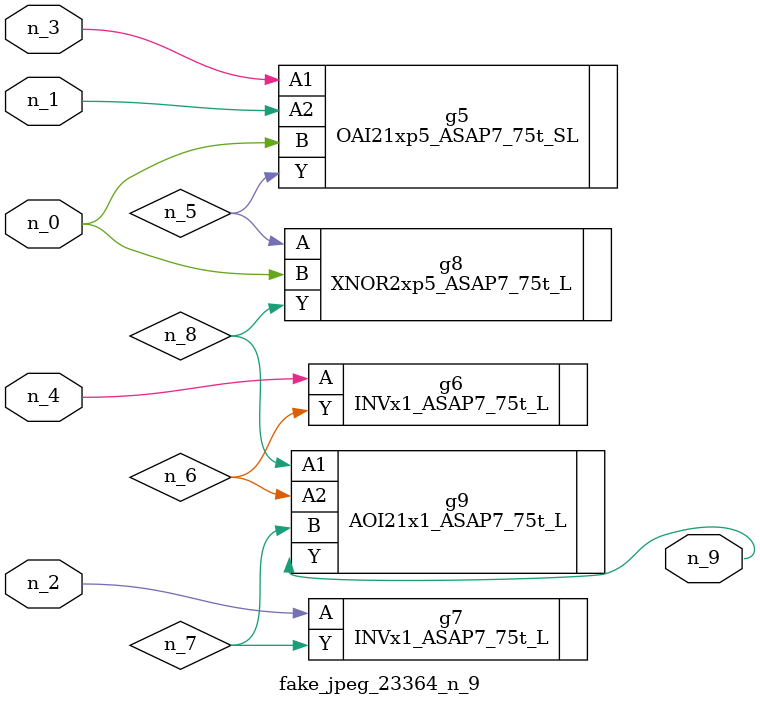
<source format=v>
module fake_jpeg_23364_n_9 (n_3, n_2, n_1, n_0, n_4, n_9);

input n_3;
input n_2;
input n_1;
input n_0;
input n_4;

output n_9;

wire n_8;
wire n_6;
wire n_5;
wire n_7;

OAI21xp5_ASAP7_75t_SL g5 ( 
.A1(n_3),
.A2(n_1),
.B(n_0),
.Y(n_5)
);

INVx1_ASAP7_75t_L g6 ( 
.A(n_4),
.Y(n_6)
);

INVx1_ASAP7_75t_L g7 ( 
.A(n_2),
.Y(n_7)
);

XNOR2xp5_ASAP7_75t_L g8 ( 
.A(n_5),
.B(n_0),
.Y(n_8)
);

AOI21x1_ASAP7_75t_L g9 ( 
.A1(n_8),
.A2(n_6),
.B(n_7),
.Y(n_9)
);


endmodule
</source>
